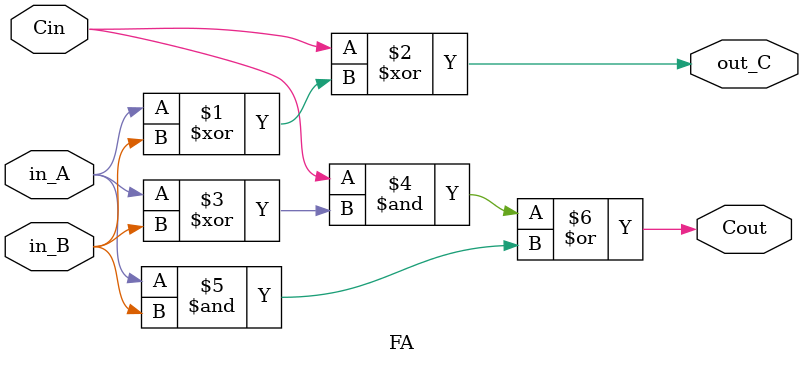
<source format=v>
`timescale 1ns / 1ps


module FA(
    input wire in_A,
    input wire in_B,
    input wire Cin,
    output wire Cout,
    output wire out_C
    );

assign out_C = Cin ^ (in_A ^ in_B);
assign Cout = (Cin & (in_A ^ in_B)) | (in_A & in_B); 

endmodule

</source>
